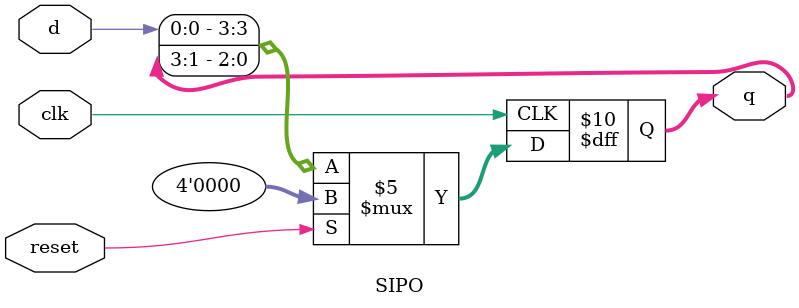
<source format=v>
`timescale 1ns / 1ps


module SIPO(
    
    input clk,reset,d,
    output reg [3:0] q
    );
    
    reg [3:0] temp; // Temporary register
    always @ (posedge clk) 
        if ( reset ==1)
            q = 4'b0000;
        else begin
            temp = q>>1;
            q = {d, temp [2:0]}; // Concatinating 
        end
endmodule

</source>
